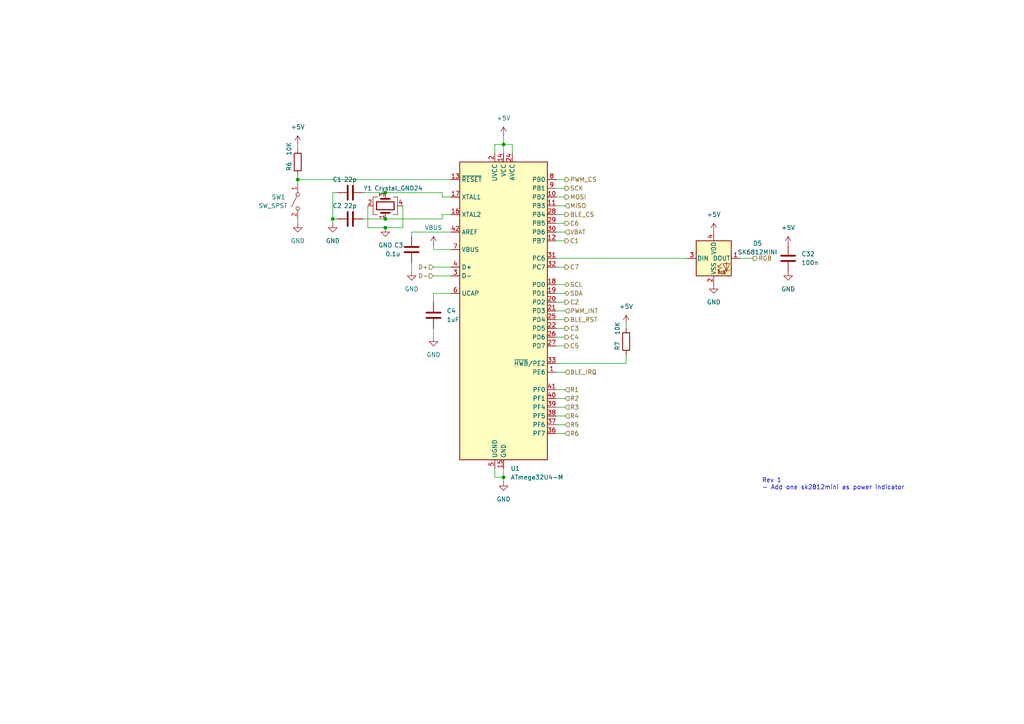
<source format=kicad_sch>
(kicad_sch (version 20211123) (generator eeschema)
  (paper "A4")
  (lib_symbols
    (symbol "Device:C" (pin_numbers hide) (pin_names (offset 0.254))
      (property "Reference" "C" (at 0.635 2.54 0))
      (property "Value" "C" (at 0.635 -2.54 0))
      (symbol "C_0_1"
        (polyline (pts (xy -2.032 -0.762) (xy 2.032 -0.762)) (stroke (width 0.508)))
        (polyline (pts (xy -2.032 0.762) (xy 2.032 0.762)) (stroke (width 0.508)))
      )
      (symbol "C_1_1"
        (pin passive line (at 0 3.81 270) (length 2.794) (name "~") (number "1"))
        (pin passive line (at 0 -3.81 90) (length 2.794) (name "~") (number "2"))
      )
    )
    (symbol "Device:Crystal_GND24" (pin_names (offset 1.016) hide)
      (property "Reference" "Y" (at 3.175 5.08 0))
      (property "Value" "Crystal_GND24" (at 3.175 3.175 0))
      (symbol "Crystal_GND24_0_1"
        (rectangle (start -1.143 2.54) (end 1.143 -2.54) (stroke (width 0.3048)))
        (polyline (pts (xy -2.54 0) (xy -2.032 0)))
        (polyline (pts (xy -2.032 -1.27) (xy -2.032 1.27)) (stroke (width 0.508)))
        (polyline (pts (xy 0 -3.81) (xy 0 -3.556)))
        (polyline (pts (xy 0 3.556) (xy 0 3.81)))
        (polyline (pts (xy 2.032 -1.27) (xy 2.032 1.27)) (stroke (width 0.508)))
        (polyline (pts (xy 2.032 0) (xy 2.54 0)))
        (polyline (pts (xy -2.54 -2.286) (xy -2.54 -3.556) (xy 2.54 -3.556) (xy 2.54 -2.286)))
        (polyline (pts (xy -2.54 2.286) (xy -2.54 3.556) (xy 2.54 3.556) (xy 2.54 2.286)))
      )
      (symbol "Crystal_GND24_1_1"
        (pin passive line (at -3.81 0 0) (length 1.27) (name "1") (number "1"))
        (pin passive line (at 0 5.08 270) (length 1.27) (name "2") (number "2"))
        (pin passive line (at 3.81 0 180) (length 1.27) (name "3") (number "3"))
        (pin passive line (at 0 -5.08 90) (length 1.27) (name "4") (number "4"))
      )
    )
    (symbol "Device:R" (pin_numbers hide) (pin_names (offset 0))
      (property "Reference" "R" (at 2.032 0 90))
      (property "Value" "R" (at 0 0 90))
      (symbol "R_0_1"
        (rectangle (start -1.016 -2.54) (end 1.016 2.54) (stroke (width 0.254)))
      )
      (symbol "R_1_1"
        (pin passive line (at 0 3.81 270) (length 1.27) (name "~") (number "1"))
        (pin passive line (at 0 -3.81 90) (length 1.27) (name "~") (number "2"))
      )
    )
    (symbol "LED:SK6812MINI" (pin_names (offset 0.254))
      (property "Reference" "D" (at 5.08 5.715 0))
      (property "Value" "SK6812MINI" (at 1.27 -5.715 0))
      (symbol "SK6812MINI_0_0"
        (text "RGB" (at 2.286 -4.191 0) (effects (font (size 0.762 0.762))))
      )
      (symbol "SK6812MINI_0_1"
        (polyline (pts (xy 1.27 -3.556) (xy 1.778 -3.556)))
        (polyline (pts (xy 1.27 -2.54) (xy 1.778 -2.54)))
        (polyline (pts (xy 4.699 -3.556) (xy 2.667 -3.556)))
        (polyline (pts (xy 2.286 -2.54) (xy 1.27 -3.556) (xy 1.27 -3.048)))
        (polyline (pts (xy 2.286 -1.524) (xy 1.27 -2.54) (xy 1.27 -2.032)))
        (polyline (pts (xy 3.683 -1.016) (xy 3.683 -3.556) (xy 3.683 -4.064)))
        (polyline (pts (xy 4.699 -1.524) (xy 2.667 -1.524) (xy 3.683 -3.556) (xy 4.699 -1.524)))
        (rectangle (start 5.08 5.08) (end -5.08 -5.08) (stroke (width 0.254)) (fill (type background)))
      )
      (symbol "SK6812MINI_1_1"
        (pin output line (at 7.62 0 180) (length 2.54) (name "DOUT") (number "1"))
        (pin power_in line (at 0 -7.62 90) (length 2.54) (name "VSS") (number "2"))
        (pin input line (at -7.62 0 0) (length 2.54) (name "DIN") (number "3"))
        (pin power_in line (at 0 7.62 270) (length 2.54) (name "VDD") (number "4"))
      )
    )
    (symbol "MCU_Microchip_ATmega:ATmega32U4-M"
      (property "Reference" "U" (at -12.7 44.45 0))
      (property "Value" "ATmega32U4-M" (at 2.54 -44.45 0))
      (symbol "ATmega32U4-M_0_1"
        (rectangle (start -12.7 -43.18) (end 12.7 43.18) (stroke (width 0.254)) (fill (type background)))
      )
      (symbol "ATmega32U4-M_1_1"
        (pin bidirectional line (at 15.24 -17.78 180) (length 2.54) (name "PE6") (number "1"))
        (pin bidirectional line (at 15.24 33.02 180) (length 2.54) (name "PB2") (number "10"))
        (pin bidirectional line (at 15.24 30.48 180) (length 2.54) (name "PB3") (number "11"))
        (pin bidirectional line (at 15.24 20.32 180) (length 2.54) (name "PB7") (number "12"))
        (pin input line (at -15.24 38.1 0) (length 2.54) (name "~{RESET}") (number "13"))
        (pin power_in line (at 0 45.72 270) (length 2.54) (name "VCC") (number "14"))
        (pin power_in line (at 0 -45.72 90) (length 2.54) (name "GND") (number "15"))
        (pin output line (at -15.24 27.94 0) (length 2.54) (name "XTAL2") (number "16"))
        (pin input line (at -15.24 33.02 0) (length 2.54) (name "XTAL1") (number "17"))
        (pin bidirectional line (at 15.24 7.62 180) (length 2.54) (name "PD0") (number "18"))
        (pin bidirectional line (at 15.24 5.08 180) (length 2.54) (name "PD1") (number "19"))
        (pin power_in line (at -2.54 45.72 270) (length 2.54) (name "UVCC") (number "2"))
        (pin bidirectional line (at 15.24 2.54 180) (length 2.54) (name "PD2") (number "20"))
        (pin bidirectional line (at 15.24 0 180) (length 2.54) (name "PD3") (number "21"))
        (pin bidirectional line (at 15.24 -5.08 180) (length 2.54) (name "PD5") (number "22"))
        (pin passive line (at 0 -45.72 90) (length 2.54) hide (name "GND") (number "23"))
        (pin power_in line (at 2.54 45.72 270) (length 2.54) (name "AVCC") (number "24"))
        (pin bidirectional line (at 15.24 -2.54 180) (length 2.54) (name "PD4") (number "25"))
        (pin bidirectional line (at 15.24 -7.62 180) (length 2.54) (name "PD6") (number "26"))
        (pin bidirectional line (at 15.24 -10.16 180) (length 2.54) (name "PD7") (number "27"))
        (pin bidirectional line (at 15.24 27.94 180) (length 2.54) (name "PB4") (number "28"))
        (pin bidirectional line (at 15.24 25.4 180) (length 2.54) (name "PB5") (number "29"))
        (pin bidirectional line (at -15.24 10.16 0) (length 2.54) (name "D-") (number "3"))
        (pin bidirectional line (at 15.24 22.86 180) (length 2.54) (name "PB6") (number "30"))
        (pin bidirectional line (at 15.24 15.24 180) (length 2.54) (name "PC6") (number "31"))
        (pin bidirectional line (at 15.24 12.7 180) (length 2.54) (name "PC7") (number "32"))
        (pin bidirectional line (at 15.24 -15.24 180) (length 2.54) (name "~{HWB}/PE2") (number "33"))
        (pin passive line (at 0 45.72 270) (length 2.54) hide (name "VCC") (number "34"))
        (pin passive line (at 0 -45.72 90) (length 2.54) hide (name "GND") (number "35"))
        (pin bidirectional line (at 15.24 -35.56 180) (length 2.54) (name "PF7") (number "36"))
        (pin bidirectional line (at 15.24 -33.02 180) (length 2.54) (name "PF6") (number "37"))
        (pin bidirectional line (at 15.24 -30.48 180) (length 2.54) (name "PF5") (number "38"))
        (pin bidirectional line (at 15.24 -27.94 180) (length 2.54) (name "PF4") (number "39"))
        (pin bidirectional line (at -15.24 12.7 0) (length 2.54) (name "D+") (number "4"))
        (pin bidirectional line (at 15.24 -25.4 180) (length 2.54) (name "PF1") (number "40"))
        (pin bidirectional line (at 15.24 -22.86 180) (length 2.54) (name "PF0") (number "41"))
        (pin passive line (at -15.24 22.86 0) (length 2.54) (name "AREF") (number "42"))
        (pin passive line (at 0 -45.72 90) (length 2.54) hide (name "GND") (number "43"))
        (pin passive line (at 2.54 45.72 270) (length 2.54) hide (name "AVCC") (number "44"))
        (pin passive line (at 0 -45.72 90) (length 2.54) hide (name "GND") (number "45"))
        (pin passive line (at -2.54 -45.72 90) (length 2.54) (name "UGND") (number "5"))
        (pin passive line (at -15.24 5.08 0) (length 2.54) (name "UCAP") (number "6"))
        (pin input line (at -15.24 17.78 0) (length 2.54) (name "VBUS") (number "7"))
        (pin bidirectional line (at 15.24 38.1 180) (length 2.54) (name "PB0") (number "8"))
        (pin bidirectional line (at 15.24 35.56 180) (length 2.54) (name "PB1") (number "9"))
      )
    )
    (symbol "Switch:SW_SPST" (pin_names (offset 0) hide)
      (property "Reference" "SW" (at 0 3.175 0))
      (property "Value" "SW_SPST" (at 0 -2.54 0))
      (symbol "SW_SPST_0_0"
        (circle (center -2.032 0) (radius 0.508))
        (polyline (pts (xy -1.524 0.254) (xy 1.524 1.778)))
        (circle (center 2.032 0) (radius 0.508))
      )
      (symbol "SW_SPST_1_1"
        (pin passive line (at -5.08 0 0) (length 2.54) (name "A") (number "1"))
        (pin passive line (at 5.08 0 180) (length 2.54) (name "B") (number "2"))
      )
    )
    (symbol "power:+5V" (power) (pin_names (offset 0))
      (property "Value" "+5V" (at 0 3.556 0))
      (symbol "+5V_0_1"
        (polyline (pts (xy -0.762 1.27) (xy 0 2.54)))
        (polyline (pts (xy 0 0) (xy 0 2.54)))
        (polyline (pts (xy 0 2.54) (xy 0.762 1.27)))
      )
      (symbol "+5V_1_1"
        (pin power_in line (at 0 0 90) (length 0) hide (name "+5V") (number "1"))
      )
    )
    (symbol "power:GND" (power) (pin_names (offset 0))
      (property "Value" "GND" (at 0 -3.81 0))
      (symbol "GND_0_1"
        (polyline (pts (xy 0 0) (xy 0 -1.27) (xy 1.27 -1.27) (xy 0 -2.54) (xy -1.27 -1.27) (xy 0 -1.27)))
      )
      (symbol "GND_1_1"
        (pin power_in line (at 0 0 270) (length 0) hide (name "GND") (number "1"))
      )
    )
    (symbol "power:VBUS" (power) (pin_names (offset 0))
      (property "Value" "VBUS" (at 0 3.81 0))
      (symbol "VBUS_0_1"
        (polyline (pts (xy -0.762 1.27) (xy 0 2.54)))
        (polyline (pts (xy 0 0) (xy 0 2.54)))
        (polyline (pts (xy 0 2.54) (xy 0.762 1.27)))
      )
      (symbol "VBUS_1_1"
        (pin power_in line (at 0 0 90) (length 0) hide (name "VBUS") (number "1"))
      )
    )
  )
  (junction (at 86.36 52.07))
  (junction (at 111.76 55.88))
  (junction (at 111.76 66.04))
  (junction (at 146.05 138.43))
  (junction (at 146.05 41.91))
  (junction (at 111.76 63.5))
  (junction (at 96.52 63.5))
  (wire (pts (xy 97.79 55.88) (xy 96.52 55.88)))
  (wire (pts (xy 161.29 52.07) (xy 163.83 52.07)))
  (wire (pts (xy 214.63 74.93) (xy 218.44 74.93)))
  (wire (pts (xy 161.29 100.33) (xy 163.83 100.33)))
  (wire (pts (xy 146.05 135.89) (xy 146.05 138.43)))
  (wire (pts (xy 181.61 102.87) (xy 181.61 105.41)))
  (wire (pts (xy 161.29 92.71) (xy 163.83 92.71)))
  (wire (pts (xy 105.41 63.5) (xy 111.76 63.5)))
  (wire (pts (xy 161.29 97.79) (xy 163.83 97.79)))
  (wire (pts (xy 111.76 63.5) (xy 128.27 63.5)))
  (wire (pts (xy 161.29 69.85) (xy 163.83 69.85)))
  (wire (pts (xy 146.05 138.43) (xy 146.05 139.7)))
  (wire (pts (xy 181.61 105.41) (xy 161.29 105.41)))
  (wire (pts (xy 161.29 54.61) (xy 163.83 54.61)))
  (wire (pts (xy 161.29 77.47) (xy 163.83 77.47)))
  (wire (pts (xy 161.29 57.15) (xy 163.83 57.15)))
  (wire (pts (xy 125.73 72.39) (xy 130.81 72.39)))
  (wire (pts (xy 86.36 41.91) (xy 86.36 43.18)))
  (wire (pts (xy 111.76 66.04) (xy 116.84 66.04)))
  (wire (pts (xy 130.81 85.09) (xy 125.73 85.09)))
  (wire (pts (xy 119.38 67.31) (xy 119.38 68.58)))
  (wire (pts (xy 105.41 55.88) (xy 111.76 55.88)))
  (wire (pts (xy 161.29 82.55) (xy 163.83 82.55)))
  (wire (pts (xy 128.27 62.23) (xy 130.81 62.23)))
  (wire (pts (xy 86.36 52.07) (xy 130.81 52.07)))
  (wire (pts (xy 96.52 63.5) (xy 96.52 64.77)))
  (wire (pts (xy 146.05 41.91) (xy 143.51 41.91)))
  (wire (pts (xy 130.81 67.31) (xy 119.38 67.31)))
  (wire (pts (xy 119.38 76.2) (xy 119.38 78.74)))
  (wire (pts (xy 161.29 87.63) (xy 163.83 87.63)))
  (wire (pts (xy 86.36 52.07) (xy 86.36 53.34)))
  (wire (pts (xy 161.29 64.77) (xy 163.83 64.77)))
  (wire (pts (xy 161.29 125.73) (xy 163.83 125.73)))
  (wire (pts (xy 128.27 63.5) (xy 128.27 62.23)))
  (wire (pts (xy 161.29 120.65) (xy 163.83 120.65)))
  (wire (pts (xy 106.68 66.04) (xy 111.76 66.04)))
  (wire (pts (xy 161.29 59.69) (xy 163.83 59.69)))
  (wire (pts (xy 143.51 41.91) (xy 143.51 44.45)))
  (wire (pts (xy 148.59 41.91) (xy 148.59 44.45)))
  (wire (pts (xy 161.29 74.93) (xy 199.39 74.93)))
  (wire (pts (xy 143.51 135.89) (xy 143.51 138.43)))
  (wire (pts (xy 161.29 118.11) (xy 163.83 118.11)))
  (wire (pts (xy 161.29 107.95) (xy 163.83 107.95)))
  (wire (pts (xy 146.05 41.91) (xy 148.59 41.91)))
  (wire (pts (xy 125.73 95.25) (xy 125.73 97.79)))
  (wire (pts (xy 86.36 63.5) (xy 86.36 64.77)))
  (wire (pts (xy 125.73 71.12) (xy 125.73 72.39)))
  (wire (pts (xy 128.27 57.15) (xy 130.81 57.15)))
  (wire (pts (xy 161.29 62.23) (xy 163.83 62.23)))
  (wire (pts (xy 96.52 55.88) (xy 96.52 63.5)))
  (wire (pts (xy 97.79 63.5) (xy 96.52 63.5)))
  (wire (pts (xy 161.29 113.03) (xy 163.83 113.03)))
  (wire (pts (xy 146.05 39.37) (xy 146.05 41.91)))
  (wire (pts (xy 161.29 115.57) (xy 163.83 115.57)))
  (wire (pts (xy 116.84 59.69) (xy 116.84 66.04)))
  (wire (pts (xy 161.29 123.19) (xy 163.83 123.19)))
  (wire (pts (xy 111.76 55.88) (xy 128.27 55.88)))
  (wire (pts (xy 146.05 44.45) (xy 146.05 41.91)))
  (wire (pts (xy 106.68 59.69) (xy 106.68 66.04)))
  (wire (pts (xy 125.73 85.09) (xy 125.73 87.63)))
  (wire (pts (xy 161.29 95.25) (xy 163.83 95.25)))
  (wire (pts (xy 125.73 77.47) (xy 130.81 77.47)))
  (wire (pts (xy 128.27 55.88) (xy 128.27 57.15)))
  (wire (pts (xy 86.36 50.8) (xy 86.36 52.07)))
  (wire (pts (xy 125.73 80.01) (xy 130.81 80.01)))
  (wire (pts (xy 161.29 67.31) (xy 163.83 67.31)))
  (wire (pts (xy 161.29 90.17) (xy 163.83 90.17)))
  (wire (pts (xy 143.51 138.43) (xy 146.05 138.43)))
  (wire (pts (xy 181.61 93.98) (xy 181.61 95.25)))
  (wire (pts (xy 161.29 85.09) (xy 163.83 85.09)))
  (text "Rev 1\n- Add one sk2812mini as power indicator" (at 220.98 142.24 0) (effects (font (size 1.27 1.27)) (justify left bottom)))
  (hierarchical_label "D+" (shape input) (at 125.73 77.47 180))
  (hierarchical_label "C6" (shape output) (at 163.83 64.77 0))
  (hierarchical_label "MOSI" (shape output) (at 163.83 57.15 0))
  (hierarchical_label "SCL" (shape bidirectional) (at 163.83 82.55 0))
  (hierarchical_label "C7" (shape output) (at 163.83 77.47 0))
  (hierarchical_label "C5" (shape output) (at 163.83 100.33 0))
  (hierarchical_label "SDA" (shape bidirectional) (at 163.83 85.09 0))
  (hierarchical_label "R2" (shape input) (at 163.83 115.57 0))
  (hierarchical_label "SCK" (shape output) (at 163.83 54.61 0))
  (hierarchical_label "BLE_IRQ" (shape input) (at 163.83 107.95 0))
  (hierarchical_label "R5" (shape input) (at 163.83 123.19 0))
  (hierarchical_label "C2" (shape output) (at 163.83 87.63 0))
  (hierarchical_label "PWM_CS" (shape output) (at 163.83 52.07 0))
  (hierarchical_label "R6" (shape input) (at 163.83 125.73 0))
  (hierarchical_label "RGB" (shape output) (at 218.44 74.93 0))
  (hierarchical_label "MISO" (shape input) (at 163.83 59.69 0))
  (hierarchical_label "R4" (shape input) (at 163.83 120.65 0))
  (hierarchical_label "C3" (shape output) (at 163.83 95.25 0))
  (hierarchical_label "C4" (shape output) (at 163.83 97.79 0))
  (hierarchical_label "BLE_CS" (shape output) (at 163.83 62.23 0))
  (hierarchical_label "R1" (shape input) (at 163.83 113.03 0))
  (hierarchical_label "C1" (shape output) (at 163.83 69.85 0))
  (hierarchical_label "D-" (shape input) (at 125.73 80.01 180))
  (hierarchical_label "PWM_INT" (shape input) (at 163.83 90.17 0))
  (hierarchical_label "VBAT" (shape input) (at 163.83 67.31 0))
  (hierarchical_label "R3" (shape input) (at 163.83 118.11 0))
  (hierarchical_label "BLE_RST" (shape output) (at 163.83 92.71 0))
  (symbol (lib_id "Device:R") (at 86.36 46.99 180) (unit 1)
    (property "Reference" "R6" (at 83.82 48.26 90))
    (property "Value" "10K" (at 83.82 43.18 90))
    (property "Footprint" "Resistor_SMD:R_0603_1608Metric" (effects hide))
  )
  (symbol (lib_id "MCU_Microchip_ATmega:ATmega32U4-M") (at 146.05 90.17 0) (unit 1)
    (property "Reference" "U1" (at 148.0694 135.89 0) (effects (justify left)))
    (property "Value" "ATmega32U4-M" (at 148.0694 138.43 0) (effects (justify left)))
    (property "Footprint" "Package_DFN_QFN:QFN-44-1EP_7x7mm_P0.5mm_EP5.2x5.2mm" (effects hide))
    (property "Datasheet" "http://ww1.microchip.com/downloads/en/DeviceDoc/Atmel-7766-8-bit-AVR-ATmega16U4-32U4_Datasheet.pdf" (effects hide))
  )
  (symbol (lib_id "power:+5V") (at 146.05 39.37 0) (unit 1)
    (property "Reference" "#PWR0107" (effects hide))
    (property "Value" "+5V" (at 146.05 34.29 0))
  )
  (symbol (lib_id "power:GND") (at 207.01 82.55 0) (unit 1)
    (property "Reference" "#PWR0204" (effects hide))
    (property "Value" "GND" (at 207.01 87.63 0))
  )
  (symbol (lib_id "power:+5V") (at 86.36 41.91 0) (unit 1)
    (property "Reference" "#PWR0114" (effects hide))
    (property "Value" "+5V" (at 86.36 36.83 0))
  )
  (symbol (lib_id "power:GND") (at 119.38 78.74 0) (unit 1)
    (property "Reference" "#PWR0109" (effects hide))
    (property "Value" "GND" (at 119.38 83.82 0))
  )
  (symbol (lib_id "power:GND") (at 96.52 64.77 0) (unit 1)
    (property "Reference" "#PWR0116" (effects hide))
    (property "Value" "GND" (at 96.52 69.85 0))
  )
  (symbol (lib_id "LED:SK6812MINI") (at 207.01 74.93 0) (unit 1)
    (property "Reference" "D5" (at 219.71 70.5993 0))
    (property "Value" "SK6812MINI" (at 219.71 73.1393 0))
    (property "Footprint" "LED_SMD:LED_SK6812MINI_PLCC4_3.5x3.5mm_P1.75mm" (effects hide))
    (property "Datasheet" "https://cdn-shop.adafruit.com/product-files/2686/SK6812MINI_REV.01-1-2.pdf" (effects hide))
  )
  (symbol (lib_id "Device:Crystal_GND24") (at 111.76 59.69 90) (unit 1)
    (property "Reference" "Y1" (at 106.68 54.61 90))
    (property "Value" "Crystal_GND24" (at 115.57 54.61 90))
    (property "Footprint" "Crystal:Crystal_SMD_2016-4Pin_2.0x1.6mm" (effects hide))
    (property "LCSC Part#" "C431146" (effects hide))
  )
  (symbol (lib_id "power:GND") (at 86.36 64.77 0) (unit 1)
    (property "Reference" "#PWR0115" (effects hide))
    (property "Value" "GND" (at 86.36 69.85 0))
  )
  (symbol (lib_id "Device:C") (at 101.6 55.88 90) (unit 1)
    (property "Reference" "C1" (at 97.79 52.07 90))
    (property "Value" "22p" (at 101.6 52.07 90))
    (property "Footprint" "Capacitor_SMD:C_0603_1608Metric" (effects hide))
  )
  (symbol (lib_id "Device:C") (at 228.6 74.93 0) (unit 1)
    (property "Reference" "C32" (at 232.41 73.6599 0) (effects (justify left)))
    (property "Value" "100n" (at 232.41 76.1999 0) (effects (justify left)))
    (property "Footprint" "Capacitor_SMD:C_0603_1608Metric" (effects hide))
  )
  (symbol (lib_id "power:+5V") (at 207.01 67.31 0) (unit 1)
    (property "Reference" "#PWR0203" (effects hide))
    (property "Value" "+5V" (at 207.01 62.23 0))
  )
  (symbol (lib_id "power:GND") (at 146.05 139.7 0) (unit 1)
    (property "Reference" "#PWR0111" (effects hide))
    (property "Value" "GND" (at 146.05 144.78 0))
  )
  (symbol (lib_id "power:+5V") (at 181.61 93.98 0) (unit 1)
    (property "Reference" "#PWR0112" (effects hide))
    (property "Value" "+5V" (at 181.61 88.9 0))
  )
  (symbol (lib_id "power:GND") (at 125.73 97.79 0) (unit 1)
    (property "Reference" "#PWR0113" (effects hide))
    (property "Value" "GND" (at 125.73 102.87 0))
  )
  (symbol (lib_id "Device:C") (at 101.6 63.5 90) (unit 1)
    (property "Reference" "C2" (at 97.79 59.69 90))
    (property "Value" "22p" (at 101.6 59.69 90))
    (property "Footprint" "Capacitor_SMD:C_0603_1608Metric" (effects hide))
  )
  (symbol (lib_id "Device:R") (at 181.61 99.06 180) (unit 1)
    (property "Reference" "R7" (at 179.07 100.33 90))
    (property "Value" "10K" (at 179.07 95.25 90))
    (property "Footprint" "Resistor_SMD:R_0603_1608Metric" (effects hide))
  )
  (symbol (lib_id "power:GND") (at 111.76 66.04 0) (unit 1)
    (property "Reference" "#PWR0108" (effects hide))
    (property "Value" "GND" (at 111.76 71.12 0))
  )
  (symbol (lib_id "power:+5V") (at 228.6 71.12 0) (unit 1)
    (property "Reference" "#PWR0205" (effects hide))
    (property "Value" "+5V" (at 228.6 66.04 0))
  )
  (symbol (lib_id "power:GND") (at 228.6 78.74 0) (unit 1)
    (property "Reference" "#PWR0124" (effects hide))
    (property "Value" "GND" (at 228.6 83.82 0))
  )
  (symbol (lib_id "Device:C") (at 119.38 72.39 0) (unit 1)
    (property "Reference" "C3" (at 114.3 71.12 0) (effects (justify left)))
    (property "Value" "0.1u" (at 111.76 73.66 0) (effects (justify left)))
    (property "Footprint" "Capacitor_SMD:C_0603_1608Metric" (effects hide))
  )
  (symbol (lib_id "Device:C") (at 125.73 91.44 0) (unit 1)
    (property "Reference" "C4" (at 129.54 90.1699 0) (effects (justify left)))
    (property "Value" "1uF" (at 129.54 92.7099 0) (effects (justify left)))
    (property "Footprint" "Capacitor_SMD:C_0603_1608Metric" (effects hide))
  )
  (symbol (lib_id "Switch:SW_SPST") (at 86.36 58.42 90) (mirror x) (unit 1)
    (property "Reference" "SW1" (at 78.74 57.15 90) (effects (justify right)))
    (property "Value" "SW_SPST" (at 74.93 59.69 90) (effects (justify right)))
    (property "Footprint" "Button_Switch_SMD:SW_SPST_EVQP7C" (effects hide))
    (property "LCSC Part#" "C388883" (effects hide))
  )
  (symbol (lib_id "power:VBUS") (at 125.73 71.12 0) (unit 1)
    (property "Reference" "#PWR0110" (effects hide))
    (property "Value" "VBUS" (at 125.73 66.04 0))
  )
)
</source>
